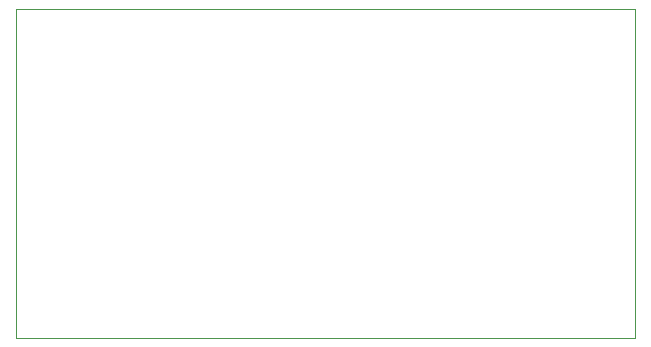
<source format=gbr>
G04 #@! TF.GenerationSoftware,KiCad,Pcbnew,(5.1.5)-3*
G04 #@! TF.CreationDate,2020-04-20T16:34:36+02:00*
G04 #@! TF.ProjectId,goal_detector,676f616c-5f64-4657-9465-63746f722e6b,rev?*
G04 #@! TF.SameCoordinates,PX101dfa0PY12b1280*
G04 #@! TF.FileFunction,Profile,NP*
%FSLAX46Y46*%
G04 Gerber Fmt 4.6, Leading zero omitted, Abs format (unit mm)*
G04 Created by KiCad (PCBNEW (5.1.5)-3) date 2020-04-20 16:34:36*
%MOMM*%
%LPD*%
G04 APERTURE LIST*
%ADD10C,0.100000*%
G04 APERTURE END LIST*
D10*
X0Y0D02*
X0Y-27900000D01*
X52400000Y0D02*
X0Y0D01*
X52400000Y-27900000D02*
X52400000Y0D01*
X0Y-27900000D02*
X52400000Y-27900000D01*
M02*

</source>
